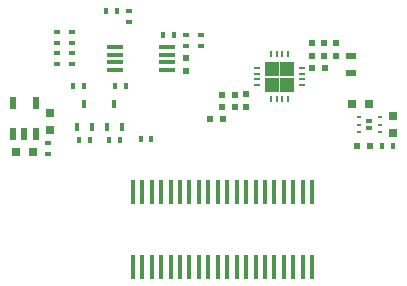
<source format=gtp>
G04 #@! TF.FileFunction,Paste,Top*
%FSLAX46Y46*%
G04 Gerber Fmt 4.6, Leading zero omitted, Abs format (unit mm)*
G04 Created by KiCad (PCBNEW 4.0.7) date 06/05/18 19:10:08*
%MOMM*%
%LPD*%
G01*
G04 APERTURE LIST*
%ADD10C,0.100000*%
%ADD11R,0.400000X2.100000*%
%ADD12R,0.400000X0.600000*%
%ADD13R,0.600000X0.400000*%
%ADD14R,0.450000X0.700000*%
%ADD15R,0.600000X0.500000*%
%ADD16R,0.500000X0.600000*%
%ADD17R,0.750000X0.800000*%
%ADD18R,0.800000X0.750000*%
%ADD19R,0.900000X0.500000*%
%ADD20R,1.150000X1.150000*%
%ADD21R,0.250000X0.600000*%
%ADD22R,0.600000X0.250000*%
%ADD23R,1.450000X0.450000*%
%ADD24R,0.400000X0.260000*%
%ADD25R,0.600000X1.100000*%
G04 APERTURE END LIST*
D10*
D11*
X150388000Y-113390000D03*
X165588000Y-107065000D03*
X164788000Y-107090000D03*
X163988000Y-107090000D03*
X163188000Y-107090000D03*
X162388000Y-107090000D03*
X161588000Y-107090000D03*
X160788000Y-107090000D03*
X159988000Y-107090000D03*
X159188000Y-107090000D03*
X158388000Y-107090000D03*
X157588000Y-107090000D03*
X156788000Y-107090000D03*
X155988000Y-107090000D03*
X155188000Y-107090000D03*
X154388000Y-107090000D03*
X153588000Y-107090000D03*
X152788000Y-107090000D03*
X151988000Y-107090000D03*
X151188000Y-107090000D03*
X150388000Y-107090000D03*
X151188000Y-113390000D03*
X151988000Y-113390000D03*
X152788000Y-113390000D03*
X153588000Y-113390000D03*
X154388000Y-113390000D03*
X155188000Y-113390000D03*
X155988000Y-113390000D03*
X156788000Y-113390000D03*
X157588000Y-113390000D03*
X158388000Y-113390000D03*
X159188000Y-113390000D03*
X159988000Y-113390000D03*
X160788000Y-113390000D03*
X161588000Y-113390000D03*
X162388000Y-113390000D03*
X163188000Y-113390000D03*
X163988000Y-113390000D03*
X164788000Y-113390000D03*
X165588000Y-113390000D03*
D12*
X151050000Y-102600000D03*
X151950000Y-102600000D03*
D13*
X144018000Y-95308000D03*
X144018000Y-96208000D03*
D14*
X148194000Y-101584000D03*
X149494000Y-101584000D03*
X148844000Y-99584000D03*
D15*
X165566000Y-96520000D03*
X166666000Y-96520000D03*
D16*
X165608000Y-95546000D03*
X165608000Y-94446000D03*
X166624000Y-95546000D03*
X166624000Y-94446000D03*
X167640000Y-95546000D03*
X167640000Y-94446000D03*
X160020000Y-98764000D03*
X160020000Y-99864000D03*
D15*
X159046000Y-98806000D03*
X157946000Y-98806000D03*
X158030000Y-100838000D03*
X156930000Y-100838000D03*
X159046000Y-99822000D03*
X157946000Y-99822000D03*
D16*
X154940000Y-95716000D03*
X154940000Y-96816000D03*
D17*
X172466000Y-102096000D03*
X172466000Y-100596000D03*
D18*
X170422000Y-99568000D03*
X168922000Y-99568000D03*
D15*
X169376000Y-103124000D03*
X170476000Y-103124000D03*
D18*
X141974000Y-103632000D03*
X140474000Y-103632000D03*
D17*
X143383000Y-101842000D03*
X143383000Y-100342000D03*
D19*
X168910000Y-97016000D03*
X168910000Y-95516000D03*
D14*
X145654000Y-101584000D03*
X146954000Y-101584000D03*
X146304000Y-99584000D03*
D13*
X150114000Y-92652000D03*
X150114000Y-91752000D03*
D12*
X149040000Y-91694000D03*
X148140000Y-91694000D03*
X145854000Y-102616000D03*
X146754000Y-102616000D03*
X148394000Y-102616000D03*
X149294000Y-102616000D03*
X145346000Y-98044000D03*
X146246000Y-98044000D03*
X149802000Y-98044000D03*
X148902000Y-98044000D03*
D13*
X154940000Y-94684000D03*
X154940000Y-93784000D03*
D12*
X153866000Y-93726000D03*
X152966000Y-93726000D03*
D13*
X156210000Y-93784000D03*
X156210000Y-94684000D03*
X145288000Y-93530000D03*
X145288000Y-94430000D03*
X145288000Y-96208000D03*
X145288000Y-95308000D03*
X144018000Y-94430000D03*
X144018000Y-93530000D03*
D12*
X171508000Y-103124000D03*
X172408000Y-103124000D03*
D13*
X143256000Y-102928000D03*
X143256000Y-103828000D03*
D20*
X162139000Y-97957000D03*
X163489000Y-97957000D03*
X162139000Y-96607000D03*
D21*
X162064000Y-99182000D03*
X163564000Y-95382000D03*
D22*
X164714000Y-96532000D03*
X160914000Y-97032000D03*
X160914000Y-97532000D03*
X164714000Y-98032000D03*
X164714000Y-97532000D03*
X160914000Y-98032000D03*
X164714000Y-97032000D03*
X160914000Y-96532000D03*
D21*
X163064000Y-95382000D03*
X162564000Y-95382000D03*
X162064000Y-95382000D03*
X162564000Y-99182000D03*
X163064000Y-99182000D03*
X163564000Y-99182000D03*
D20*
X163489000Y-96607000D03*
D23*
X153330000Y-96733000D03*
X153330000Y-96083000D03*
X153330000Y-95433000D03*
X153330000Y-94783000D03*
X148930000Y-96733000D03*
X148930000Y-96083000D03*
X148930000Y-95433000D03*
X148930000Y-94783000D03*
D13*
X170434000Y-101046000D03*
D24*
X169534000Y-100696000D03*
X169534000Y-101346000D03*
X169534000Y-101996000D03*
X171334000Y-100696000D03*
X171334000Y-101346000D03*
X171334000Y-101996000D03*
D13*
X170434000Y-101646000D03*
D25*
X140274000Y-99538000D03*
X142174000Y-99538000D03*
X142174000Y-102138000D03*
X141224000Y-102138000D03*
X140274000Y-102138000D03*
M02*

</source>
